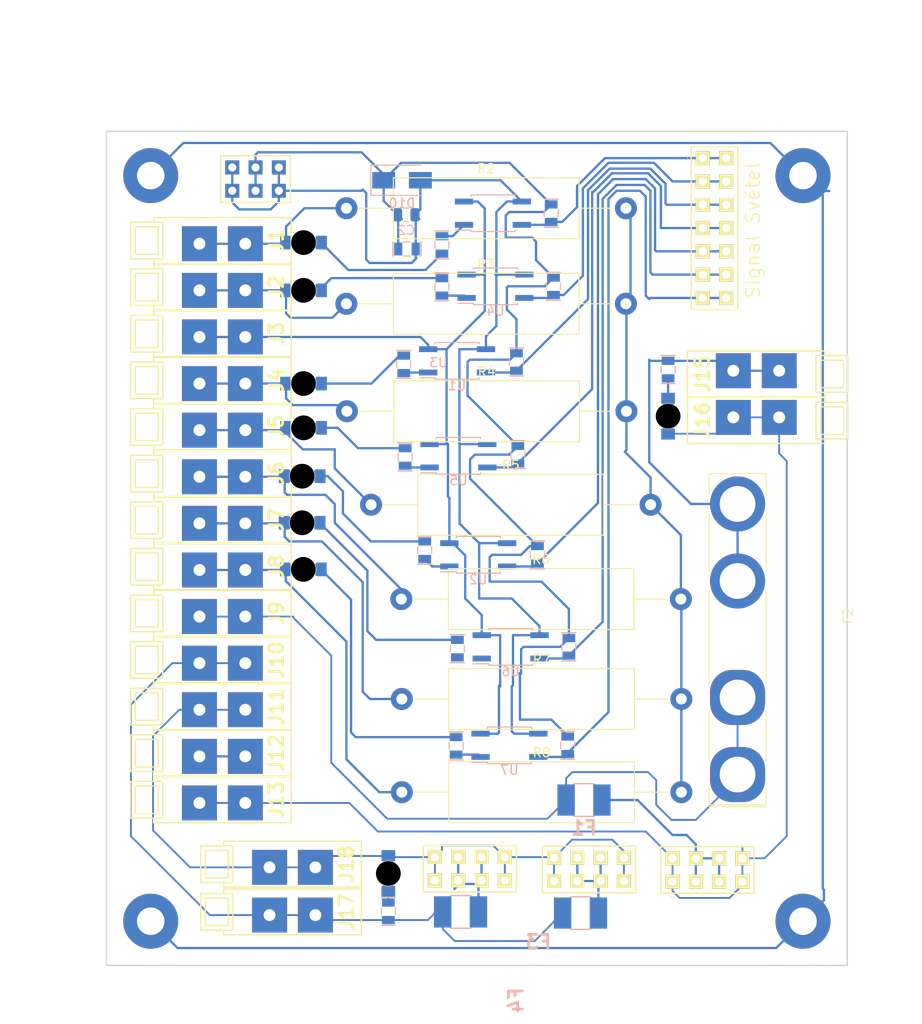
<source format=kicad_pcb>
(kicad_pcb (version 20211014) (generator pcbnew)
  (layers (0 "F.Cu" signal) (31 "B.Cu" signal) (34 "B.Paste" user) (35 "F.Paste" user) (36 "B.SilkS" user "B.Silkscreen") (37 "F.SilkS" user "F.Silkscreen") (38 "B.Mask" user) (39 "F.Mask" user) (44 "Edge.Cuts" user))
  (net 0 "")
  (net 1 "+5V")
  (net 2 "GND")
  (net 3 "Net-(F1-Pad2)")
  (net 4 "Net-(F2-Pad2)")
  (net 5 "U12-")
  (net 6 "Net-(D1-Pad2)")
  (net 7 "S12-")
  (net 8 "Net-(M1-Pad1)")
  (net 9 "Net-(D2-Pad2)")
  (net 10 "Net-(D3-Pad1)")
  (net 11 "Net-(D4-Pad1)")
  (net 12 "Net-(D5-Pad1)")
  (net 13 "Net-(D6-Pad1)")
  (net 14 "Net-(D7-Pad1)")
  (net 15 "Net-(D8-Pad1)")
  (net 16 "Net-(D9-Pad1)")
  (net 17 "L1")
  (net 18 "L2")
  (net 19 "L_GND")
  (net 20 "L4")
  (net 21 "L5")
  (net 22 "L6")
  (net 23 "L7")
  (net 24 "L8")
  (net 25 "U12+")
  (net 26 "S12+")
  (net 27 "unconnected-(J12-Pad1)")
  (net 28 "Net-(F3-Pad2)")
  (net 29 "Net-(F4-Pad2)")
  (net 30 "L1S")
  (net 31 "L2S")
  (net 32 "L4S")
  (net 33 "L5S")
  (net 34 "L6S")
  (net 35 "L7S")
  (net 36 "L8S")
  (net 37 "Net-(U1-Pad1)")
  (net 38 "Net-(U2-Pad1)")
  (net 39 "Net-(U3-Pad1)")
  (net 40 "Net-(R16-Pad2)")
  (net 41 "Net-(R17-Pad2)")
  (net 42 "Net-(U6-Pad1)")
  (net 43 "Net-(U7-Pad1)")
  (footprint "Mlab_CON:WAGO256" (layer "F.Cu") (at 120.538 81.3455 180)
    (fp_text reference "J3")
    (fp_text value "3 - Kostra světla" hide)
  )
  (footprint "Mlab_Mechanical:MountingHole_3mm" (layer "F.Cu") (at 183.806 64.106)
    (fp_text reference "M2" hide)
    (fp_text value "HOLE M3" hide)
  )
  (footprint "Mlab_CON:WAGO256" (layer "F.Cu") (at 120.538 86.4255 180)
    (fp_text reference "J4")
    (fp_text value "4 - Směrové P" hide)
  )
  (footprint "Mlab_Mechanical:MountingHole_3mm" (layer "F.Cu") (at 183.806 145.386)
    (fp_text reference "M4" hide)
    (fp_text value "HOLE" hide)
  )
  (footprint "Mlab_Pin_Headers:Straight_2x07" (layer "F.Cu") (at 174.154 69.821)
    (fp_text reference "J21" hide)
    (fp_text value "Signal Světel")
  )
  (footprint "Mlab_R:R_Axial_Power_L22.0mm_W9.5mm_P30.48mm" (layer "F.Cu") (at 136.709 99.9835)
    (fp_text reference "R5")
    (fp_text value "36")
  )
  (footprint "Mlab_CON:WAGO256" (layer "F.Cu") (at 120.538 71.1855 180)
    (fp_text reference "J1")
    (fp_text value "1 - Směrové L" hide)
  )
  (footprint "Mlab_R:R_Axial_Power_L22.0mm_W9.5mm_P30.48mm" (layer "F.Cu") (at 140.063 131.3215)
    (fp_text reference "R8")
    (fp_text value "36")
  )
  (footprint "Mlab_Pin_Headers:Straight_2x04" (layer "F.Cu") (at 160.46975 139.7345 -90)
    (fp_text reference "J19" hide)
    (fp_text value "Ventilator 12V" hide)
  )
  (footprint "Mlab_CON:WAGO256" (layer "F.Cu") (at 120.538 101.6655 180)
    (fp_text reference "J7")
    (fp_text value "7 - Obrysové L" hide)
  )
  (footprint "Mlab_CON:WAGO256" (layer "F.Cu") (at 128.18 144.37 180)
    (fp_text reference "J17")
    (fp_text value "13 - Spínané 12V +" hide)
  )
  (footprint "Mlab_CON:WAGO256" (layer "F.Cu") (at 120.538 132.1455 180)
    (fp_text reference "J13")
    (fp_text value "13 - Trvalé 12V -" hide)
  )
  (footprint "Mlab_R:R_Axial_Power_L22.0mm_W9.5mm_P30.48mm" (layer "F.Cu") (at 134.022 67.662)
    (fp_text reference "R2")
    (fp_text value "36")
  )
  (footprint "Mlab_Pin_Headers:Straight_2x03" (layer "F.Cu") (at 124.116 64.487 -90)
    (fp_text reference "J22" hide)
    (fp_text value "Umin ... 5V" hide)
  )
  (footprint "Mlab_CON:WAGO256" (layer "F.Cu") (at 178.671 85.7285)
    (fp_text reference "J15")
    (fp_text value "13 - Trvalé 12V +" hide)
  )
  (footprint "Mlab_CON:WAGO256" (layer "F.Cu") (at 120.538 91.5055 180)
    (fp_text reference "J5")
    (fp_text value "5 - Obrsové P" hide)
  )
  (footprint "Mlab_CON:WAGO256" (layer "F.Cu") (at 120.538 111.8255 180)
    (fp_text reference "J9")
    (fp_text value "9 - Trvalé 12V +" hide)
  )
  (footprint "Mlab_Mechanical:MountingHole_3mm" (layer "F.Cu") (at 112.686 145.386)
    (fp_text reference "M3" hide)
    (fp_text value "HOLE" hide)
  )
  (footprint "Mlab_R:R_Axial_Power_L22.0mm_W9.5mm_P30.48mm" (layer "F.Cu") (at 140.011 110.2705)
    (fp_text reference "R6")
    (fp_text value "36")
  )
  (footprint "Mlab_Pin_Headers:Straight_2x04" (layer "F.Cu") (at 147.484 139.671 -90)
    (fp_text reference "J20" hide)
    (fp_text value "Spinane 12V" hide)
  )
  (footprint "Fuse:Fuseholder_Keystone_3555-2" (layer "F.Cu") (at 176.672 129.398 90)
    (fp_text reference "F2")
    (fp_text value "Fuse")
  )
  (footprint "Mlab_CON:WAGO256" (layer "F.Cu") (at 120.538 116.9055 180)
    (fp_text reference "J10")
    (fp_text value "10 - Spínané 12V +" hide)
  )
  (footprint "Mlab_Mechanical:MountingHole_3mm" (layer "F.Cu") (at 112.686 64.106)
    (fp_text reference "M1" hide)
    (fp_text value "HOLE M3" hide)
  )
  (footprint "Mlab_CON:WAGO256" (layer "F.Cu") (at 120.538 76.2655 180)
    (fp_text reference "J2")
    (fp_text value "2 - Zadní mlhové" hide)
  )
  (footprint "Mlab_CON:WAGO256" (layer "F.Cu") (at 120.538 127.0655 180)
    (fp_text reference "J12")
    (fp_text value "12 - Not used" hide)
  )
  (footprint "Mlab_R:R_Axial_Power_L22.0mm_W9.5mm_P30.48mm" (layer "F.Cu") (at 134.017 78.076)
    (fp_text reference "R3")
    (fp_text value "36")
  )
  (footprint "Mlab_CON:WAGO256" (layer "F.Cu") (at 178.671 90.8085)
    (fp_text reference "J16")
    (fp_text value "13 - Trvalé 12V -" hide)
  )
  (footprint "Mlab_R:R_Axial_Power_L22.0mm_W9.5mm_P30.48mm" (layer "F.Cu") (at 140.063 121.1615)
    (fp_text reference "R7")
    (fp_text value "36")
  )
  (footprint "Mlab_CON:WAGO256" (layer "F.Cu") (at 120.538 96.5855 180)
    (fp_text reference "J6")
    (fp_text value "6 - Brzdové" hide)
  )
  (footprint "Mlab_CON:WAGO256" (layer "F.Cu") (at 128.18 139.163 180)
    (fp_text reference "J18")
    (fp_text value "13 - Spínané 12V -" hide)
  )
  (footprint "Mlab_CON:WAGO256" (layer "F.Cu") (at 120.538 121.9855 180)
    (fp_text reference "J11")
    (fp_text value "11 - Spínané 12V -" hide)
  )
  (footprint "Mlab_R:R_Axial_Power_L22.0mm_W9.5mm_P30.48mm" (layer "F.Cu") (at 134.07375 89.79175)
    (fp_text reference "R4")
    (fp_text value "36")
  )
  (footprint "Mlab_CON:WAGO256" (layer "F.Cu") (at 120.538 106.7455 180)
    (fp_text reference "J8")
    (fp_text value "8 - Couvací" hide)
  )
  (footprint "Mlab_Pin_Headers:Straight_2x04" (layer "F.Cu") (at 173.392 139.798 90)
    (fp_text reference "J14" hide)
    (fp_text value "Trvalé 12V" hide)
  )
  (footprint "Mlab_D:LED_1206" (layer "B.Cu") (at 129.348 71.4085)
    (fp_text reference "D5" hide)
    (fp_text value "LED" hide)
  )
  (footprint "Mlab_R:SMD-0805" (layer "B.Cu") (at 140.425722 94.7765 -90)
    (fp_text reference "R17")
    (fp_text value "240")
  )
  (footprint "Package_SO:SO-4_4.4x3.6mm_P2.54mm" (layer "B.Cu") (at 148.398 105.4445)
    (fp_text reference "U2")
    (fp_text value "LTV-357T")
  )
  (footprint "Mlab_C:SMD-0805" (layer "B.Cu") (at 140.626 72.107)
    (fp_text reference "C1")
    (fp_text value "10uF")
  )
  (footprint "Mlab_R:SMD-0805" (layer "B.Cu") (at 138.594 144.3065 90)
    (fp_text reference "R12")
    (fp_text value "800")
  )
  (footprint "Diode_SMD:D_SMA" (layer "B.Cu") (at 140.086 64.614)
    (fp_text reference "D10")
    (fp_text value "BZV55C-5,6V")
  )
  (footprint "Package_SO:SO-4_4.4x3.6mm_P2.54mm" (layer "B.Cu") (at 146.239 94.6495)
    (fp_text reference "U5")
    (fp_text value "LTV-357T")
  )
  (footprint "Mlab_D:LED_1206" (layer "B.Cu") (at 129.323 107.032)
    (fp_text reference "D9" hide)
    (fp_text value "LED" hide)
  )
  (footprint "Mlab_R:SMD-0805" (layer "B.Cu") (at 144.436 71.6625 90)
    (fp_text reference "R11")
    (fp_text value "240")
  )
  (footprint "Package_SO:SO-4_4.4x3.6mm_P2.54mm" (layer "B.Cu") (at 150.274278 76.171)
    (fp_text reference "U4")
    (fp_text value "LTV-357T")
  )
  (footprint "Mlab_R:SMD-0805" (layer "B.Cu") (at 144.436 76.2345 -90)
    (fp_text reference "R16")
    (fp_text value "240")
  )
  (footprint "Mlab_D:LED_1206" (layer "B.Cu") (at 129.348 86.7755)
    (fp_text reference "D3" hide)
    (fp_text value "LED" hide)
  )
  (footprint "Mlab_D:LED_1206" (layer "B.Cu") (at 129.196 101.952)
    (fp_text reference "D8" hide)
    (fp_text value "LED" hide)
  )
  (footprint "Mlab_F:1812" (layer "B.Cu") (at 159.549 144.497)
    (fp_text reference "F3")
    (fp_text value "Polyfuse" hide)
  )
  (footprint "Mlab_R:SMD-0805" (layer "B.Cu") (at 156.348306 68.20175 -90)
    (fp_text reference "R15")
    (fp_text value "240")
  )
  (footprint "Mlab_F:1812" (layer "B.Cu") (at 159.93 132.178)
    (fp_text reference "F1")
    (fp_text value "Polyfuse" hide)
  )
  (footprint "Mlab_R:SMD-0805" (layer "B.Cu") (at 152.564 84.426 -90)
    (fp_text reference "R13")
    (fp_text value "240")
  )
  (footprint "Mlab_R:SMD-0805" (layer "B.Cu") (at 158.148278 126.209 -90)
    (fp_text reference "R23")
    (fp_text value "240")
  )
  (footprint "Mlab_R:SMD-0805" (layer "B.Cu") (at 152.716 94.5225 -90)
    (fp_text reference "R20")
    (fp_text value "240")
  )
  (footprint "Mlab_D:LED_1206" (layer "B.Cu") (at 129.348 91.6015)
    (fp_text reference "D7" hide)
    (fp_text value "LED" hide)
  )
  (footprint "Mlab_D:LED_1206" (layer "B.Cu") (at 129.196 96.872)
    (fp_text reference "D4" hide)
    (fp_text value "LED" hide)
  )
  (footprint "Mlab_R:SMD-0805" (layer "B.Cu") (at 169.099 85.2515 -90)
    (fp_text reference "R1")
    (fp_text value "800")
  )
  (footprint "Mlab_D:LED_1206" (layer "B.Cu") (at 129.348 76.6155)
    (fp_text reference "D6" hide)
    (fp_text value "LED" hide)
  )
  (footprint "Mlab_R:SMD-0805" (layer "B.Cu") (at 145.985 126.2725 -90)
    (fp_text reference "R22")
    (fp_text value "240")
  )
  (footprint "Capacitor_SMD:C_0805_2012Metric" (layer "B.Cu") (at 140.5489 68.37898)
    (fp_text reference "C2")
    (fp_text value "100nF")
  )
  (footprint "Mlab_D:LED_1206" (layer "B.Cu") (at 138.594 140.179 90)
    (fp_text reference "D2" hide)
    (fp_text value "LED" hide)
  )
  (footprint "Mlab_D:LED_1206" (layer "B.Cu") (at 169.099 90.3315 -90)
    (fp_text reference "D1" hide)
    (fp_text value "LED" hide)
  )
  (footprint "Package_SO:SO-4_4.4x3.6mm_P2.54mm" (layer "B.Cu") (at 149.998306 68.20175)
    (fp_text reference "U3")
    (fp_text value "LTV-357T")
  )
  (footprint "Mlab_F:1812" (layer "B.Cu") (at 146.468 144.37)
    (fp_text reference "F4")
    (fp_text value "Polyfuse" hide)
  )
  (footprint "Package_SO:SO-4_4.4x3.6mm_P2.54mm" (layer "B.Cu") (at 151.929 115.4775)
    (fp_text reference "U6")
    (fp_text value "LTV-357T")
  )
  (footprint "Package_SO:SO-4_4.4x3.6mm_P2.54mm" (layer "B.Cu") (at 146.087 84.299)
    (fp_text reference "U1")
    (fp_text value "LTV-357T")
  )
  (footprint "Mlab_R:SMD-0805" (layer "B.Cu") (at 154.85 105.4445 -90)
    (fp_text reference "R14")
    (fp_text value "240")
  )
  (footprint "Mlab_R:SMD-0805" (layer "B.Cu") (at 142.559722 104.9365 -90)
    (fp_text reference "R10")
    (fp_text value "240")
  )
  (footprint "Package_SO:SO-4_4.4x3.6mm_P2.54mm" (layer "B.Cu") (at 151.798278 126.209)
    (fp_text reference "U7")
    (fp_text value "LTV-357T")
  )
  (footprint "Mlab_R:SMD-0805" (layer "B.Cu") (at 156.599278 76.171 -90)
    (fp_text reference "R19")
    (fp_text value "240")
  )
  (footprint "Mlab_R:SMD-0805" (layer "B.Cu") (at 146.115722 115.668 -90)
    (fp_text reference "R18")
    (fp_text value "240")
  )
  (footprint "Mlab_R:SMD-0805" (layer "B.Cu") (at 140.273722 84.68 -90)
    (fp_text reference "R9")
    (fp_text value "240")
  )
  (footprint "Mlab_R:SMD-0805" (layer "B.Cu") (at 158.279 115.4775 -90)
    (fp_text reference "R21")
    (fp_text value "240")
  )
  (gr_rect (start 107.86 59.28) (end 188.632 150.212) (layer "Edge.Cuts") (width 0.15) (fill none))
  (segment (start 153.072 118.3985) (end 153.072 118.208) (width 0.25) (layer "B.Cu") (net 1))
  (segment (start 154.85 104.492) (end 147.509 97.151) (width 0.25) (layer "B.Cu") (net 1))
  (segment (start 155.522806 68.07475) (end 156.348306 67.24925) (width 0.25) (layer "B.Cu") (net 1))
  (segment (start 151.808056 62.709) (end 156.348306 67.24925) (width 0.25) (layer "B.Cu") (net 1))
  (segment (start 149.897 105.4445) (end 153.072 105.4445) (width 0.25) (layer "B.Cu") (net 1))
  (segment (start 138.086 66.86608) (end 139.5989 68.37898) (width 0.25) (layer "B.Cu") (net 1))
  (segment (start 158.148278 125.193) (end 156.370278 123.415) (width 0.25) (layer "B.Cu") (net 1))
  (segment (start 151.395306 68.45575) (end 151.776306 68.07475) (width 0.25) (layer "B.Cu") (net 1))
  (segment (start 153.326 115.4775) (end 157.3265 115.4775) (width 0.25) (layer "B.Cu") (net 1))
  (segment (start 139.5989 68.37898) (end 140.073896 68.853976) (width 0.25) (layer "B.Cu") (net 1))
  (segment (start 147.23 84.426) (end 147.484 84.172) (width 0.25) (layer "B.Cu") (net 1))
  (segment (start 149.643 105.6985) (end 149.897 105.4445) (width 0.25) (layer "B.Cu") (net 1))
  (segment (start 152.716 93.57) (end 147.23 88.084) (width 0.25) (layer "B.Cu") (net 1))
  (segment (start 156.370278 123.415) (end 152.941278 123.415) (width 0.25) (layer "B.Cu") (net 1))
  (segment (start 138.086 64.614) (end 139.991 62.709) (width 0.25) (layer "B.Cu") (net 1))
  (segment (start 154.316306 70.86875) (end 151.395306 70.86875) (width 0.25) (layer "B.Cu") (net 1))
  (segment (start 147.484 84.172) (end 151.8655 84.172) (width 0.25) (layer "B.Cu") (net 1))
  (segment (start 139.991 62.709) (end 151.808056 62.709) (width 0.25) (layer "B.Cu") (net 1))
  (segment (start 147.509 95.0305) (end 148.017 94.5225) (width 0.25) (layer "B.Cu") (net 1))
  (segment (start 151.776306 68.07475) (end 155.522806 68.07475) (width 0.25) (layer "B.Cu") (net 1))
  (segment (start 154.694278 71.310222) (end 154.443306 71.05925) (width 0.25) (layer "B.Cu") (net 1))
  (segment (start 149.643 108.3655) (end 149.643 105.6985) (width 0.25) (layer "B.Cu") (net 1))
  (segment (start 152.941278 123.415) (end 152.941278 118.338722) (width 0.25) (layer "B.Cu") (net 1))
  (segment (start 154.0245 104.492) (end 154.85 104.492) (width 0.25) (layer "B.Cu") (net 1))
  (segment (start 151.646278 76.171) (end 155.646778 76.171) (width 0.25) (layer "B.Cu") (net 1))
  (segment (start 124.116 61.82) (end 124.37 61.566) (width 0.25) (layer "B.Cu") (net 1))
  (segment (start 138.086 63.979) (end 138.086 64.614) (width 0.25) (layer "B.Cu") (net 1))
  (segment (start 151.8655 84.172) (end 152.564 83.4735) (width 0.25) (layer "B.Cu") (net 1))
  (segment (start 124.116 63.217) (end 124.116 61.82) (width 0.25) (layer "B.Cu") (net 1))
  (segment (start 158.279 111.35) (end 155.2945 108.3655) (width 0.25) (layer "B.Cu") (net 1))
  (segment (start 152.564 79.755722) (end 152.564 83.4735) (width 0.25) (layer "B.Cu") (net 1))
  (segment (start 151.395306 70.86875) (end 151.395306 68.45575) (width 0.25) (layer "B.Cu") (net 1))
  (segment (start 156.599278 75.2185) (end 154.694278 73.3135) (width 0.25) (layer "B.Cu") (net 1))
  (segment (start 153.072 118.208) (end 153.072 115.7315) (width 0.25) (layer "B.Cu") (net 1))
  (segment (start 135.673 61.566) (end 138.086 63.979) (width 0.25) (layer "B.Cu") (net 1))
  (segment (start 154.694278 73.3135) (end 154.694278 71.310222) (width 0.25) (layer "B.Cu") (net 1))
  (segment (start 139.6735 72.107) (end 139.6735 68.45358) (width 0.25) (layer "B.Cu") (net 1))
  (segment (start 155.646778 76.171) (end 156.599278 75.2185) (width 0.25) (layer "B.Cu") (net 1))
  (segment (start 155.2945 108.3655) (end 149.643 108.3655) (width 0.25) (layer "B.Cu") (net 1))
  (segment (start 158.279 114.525) (end 158.279 111.35) (width 0.25) (layer "B.Cu") (net 1))
  (segment (start 151.519278 78.711) (end 152.564 79.755722) (width 0.25) (layer "B.Cu") (net 1))
  (segment (start 151.519278 76.298) (end 151.646278 76.171) (width 0.25) (layer "B.Cu") (net 1))
  (segment (start 148.017 94.5225) (end 151.7635 94.5225) (width 0.25) (layer "B.Cu") (net 1))
  (segment (start 154.443306 70.99575) (end 154.316306 70.86875) (width 0.25) (layer "B.Cu") (net 1))
  (segment (start 124.116 65.757) (end 124.116 63.217) (width 0.25) (layer "B.Cu") (net 1))
  (segment (start 154.443306 71.05925) (end 154.443306 70.99575) (width 0.25) (layer "B.Cu") (net 1))
  (segment (start 152.941278 118.338722) (end 153.072 118.208) (width 0.25) (layer "B.Cu") (net 1))
  (segment (start 124.37 61.566) (end 135.673 61.566) (width 0.25) (layer "B.Cu") (net 1))
  (segment (start 139.6735 68.45358) (end 139.5989 68.37898) (width 0.25) (layer "B.Cu") (net 1))
  (segment (start 138.086 64.614) (end 138.086 66.86608) (width 0.25) (layer "B.Cu") (net 1))
  (segment (start 157.3265 115.4775) (end 158.279 114.525) (width 0.25) (layer "B.Cu") (net 1))
  (segment (start 158.148278 125.2565) (end 158.148278 125.193) (width 0.25) (layer "B.Cu") (net 1))
  (segment (start 147.509 97.151) (end 147.509 95.0305) (width 0.25) (layer "B.Cu") (net 1))
  (segment (start 153.072 105.4445) (end 154.0245 104.492) (width 0.25) (layer "B.Cu") (net 1))
  (segment (start 151.7635 94.5225) (end 152.716 93.57) (width 0.25) (layer "B.Cu") (net 1))
  (segment (start 147.23 88.084) (end 147.23 84.426) (width 0.25) (layer "B.Cu") (net 1))
  (segment (start 153.072 115.7315) (end 153.326 115.4775) (width 0.25) (layer "B.Cu") (net 1))
  (segment (start 151.519278 78.711) (end 151.519278 76.298) (width 0.25) (layer "B.Cu") (net 1))
  (segment (start 135.8 65.63) (end 136.181 66.011) (width 0.25) (layer "B.Cu") (net 2))
  (segment (start 153.148306 66.93175) (end 151.522306 66.93175) (width 0.25) (layer "B.Cu") (net 2))
  (segment (start 121.576 63.217) (end 121.576 65.757) (width 0.25) (layer "B.Cu") (net 2))
  (segment (start 142.086 64.614) (end 150.830556 64.614) (width 0.25) (layer "B.Cu") (net 2))
  (segment (start 136.181 73.25) (end 136.562 73.631) (width 0.25) (layer "B.Cu") (net 2))
  (segment (start 136.562 73.631) (end 141.134 73.631) (width 0.25) (layer "B.Cu") (net 2))
  (segment (start 152.052278 119.799222) (end 152.183 119.6685) (width 0.25) (layer "B.Cu") (net 2))
  (segment (start 136.181 66.011) (end 136.181 73.25) (width 0.25) (layer "B.Cu") (net 2))
  (segment (start 152.056 110.207) (end 148.5 110.207) (width 0.25) (layer "B.Cu") (net 2))
  (segment (start 150.376278 74.901) (end 150.376278 68.077778) (width 0.25) (layer "B.Cu") (net 2))
  (segment (start 141.134 73.631) (end 141.642 73.123) (width 0.25) (layer "B.Cu") (net 2))
  (segment (start 121.576 67.027) (end 122.338 67.789) (width 0.25) (layer "B.Cu") (net 2))
  (segment (start 150.376278 74.901) (end 153.424278 74.901) (width 0.25) (layer "B.Cu") (net 2))
  (segment (start 142.086 67.79188) (end 141.4989 68.37898) (width 0.25) (layer "B.Cu") (net 2))
  (segment (start 121.576 65.757) (end 121.576 67.027) (width 0.25) (layer "B.Cu") (net 2))
  (segment (start 150.376278 68.077778) (end 151.522306 66.93175) (width 0.25) (layer "B.Cu") (net 2))
  (segment (start 149.237 81.628278) (end 149.237 83.029) (width 0.25) (layer "B.Cu") (net 2))
  (segment (start 142.086 64.614) (end 142.086 67.79188) (width 0.25) (layer "B.Cu") (net 2))
  (segment (start 146.366 93.3795) (end 149.389 93.3795) (width 0.25) (layer "B.Cu") (net 2))
  (segment (start 150.249278 74.901) (end 150.376278 74.901) (width 0.25) (layer "B.Cu") (net 2))
  (segment (start 148.5 104.1745) (end 146.366 102.0405) (width 0.25) (layer "B.Cu") (net 2))
  (segment (start 153.148306 66.93175) (end 153.583028 66.93175) (width 0.25) (layer "B.Cu") (net 2))
  (segment (start 150.376278 80.489) (end 149.237 81.628278) (width 0.25) (layer "B.Cu") (net 2))
  (segment (start 155.079 113.23) (end 152.056 110.207) (width 0.25) (layer "B.Cu") (net 2))
  (segment (start 146.341 83.029) (end 149.237 83.029) (width 0.25) (layer "B.Cu") (net 2))
  (segment (start 146.341 83.029) (end 146.341 93.3545) (width 0.25) (layer "B.Cu") (net 2))
  (segment (start 148.5 104.365) (end 148.5 105.6365) (width 0.25) (layer "B.Cu") (net 2))
  (segment (start 122.338 67.789) (end 125.767 67.789) (width 0.25) (layer "B.Cu") (net 2))
  (segment (start 148.5 104.1745) (end 148.5 104.365) (width 0.25) (layer "B.Cu") (net 2))
  (segment (start 146.366 102.0405) (end 146.366 93.3795) (width 0.25) (layer "B.Cu") (net 2))
  (segment (start 152.306278 124.939) (end 154.948278 124.939) (width 0.25) (layer "B.Cu") (net 2))
  (segment (start 141.5785 68.45858) (end 141.4989 68.37898) (width 0.25) (layer "B.Cu") (net 2))
  (segment (start 126.656 63.217) (end 126.656 65.757) (width 0.25) (layer "B.Cu") (net 2))
  (segment (start 141.5785 73.0595) (end 141.5785 72.107) (width 0.25) (layer "B.Cu") (net 2))
  (segment (start 152.183 114.2075) (end 155.079 114.2075) (width 0.25) (layer "B.Cu") (net 2))
  (segment (start 141.4989 68.37898) (end 141.978896 68.858976) (width 0.25) (layer "B.Cu") (net 2))
  (segment (start 126.656 66.9) (end 126.656 65.757) (width 0.25) (layer "B.Cu") (net 2))
  (segment (start 152.052278 124.685) (end 152.306278 124.939) (width 0.25) (layer "B.Cu") (net 2))
  (segment (start 146.341 93.3545) (end 146.366 93.3795) (width 0.25) (layer "B.Cu") (net 2))
  (segment (start 152.052278 124.685) (end 152.052278 119.799222) (width 0.25) (layer "B.Cu") (net 2))
  (segment (start 150.830556 64.614) (end 153.148306 66.93175) (width 0.25) (layer "B.Cu") (net 2))
  (segment (start 148.5 104.1745) (end 151.548 104.1745) (width 0.25) (layer "B.Cu") (net 2))
  (segment (start 135.673 65.757) (end 135.8 65.63) (width 0.25) (layer "B.Cu") (net 2))
  (segment (start 155.079 114.2075) (end 155.079 113.23) (width 0.25) (layer "B.Cu") (net 2))
  (segment (start 150.376278 74.901) (end 150.376278 80.489) (width 0.25) (layer "B.Cu") (net 2))
  (segment (start 152.183 114.2075) (end 152.183 119.6685) (width 0.25) (layer "B.Cu") (net 2))
  (segment (start 141.642 73.123) (end 141.5785 73.0595) (width 0.25) (layer "B.Cu") (net 2))
  (segment (start 141.5785 72.107) (end 141.5785 68.45858) (width 0.25) (layer "B.Cu") (net 2))
  (segment (start 126.656 65.757) (end 135.673 65.757) (width 0.25) (layer "B.Cu") (net 2))
  (segment (start 125.767 67.789) (end 126.656 66.9) (width 0.25) (layer "B.Cu") (net 2))
  (segment (start 148.5 110.207) (end 148.5 104.365) (width 0.25) (layer "B.Cu") (net 2))
  (segment (start 161.88 132.178) (end 165.772 132.178) (width 0.25) (layer "B.Cu") (net 3))
  (segment (start 169.582 135.988) (end 171.106 135.988) (width 0.25) (layer "B.Cu") (net 3))
  (segment (start 174.662 138.528) (end 172.122 138.528) (width 0.25) (layer "B.Cu") (net 3))
  (segment (start 165.772 132.178) (end 169.582 135.988) (width 0.25) (layer "B.Cu") (net 3))
  (segment (start 172.122 138.528) (end 172.122 141.068) (width 0.25) (layer "B.Cu") (net 3))
  (segment (start 175.342 137.848) (end 174.662 138.528) (width 0.25) (layer "B.Cu") (net 3))
  (segment (start 172.122 137.004) (end 172.122 138.528) (width 0.25) (layer "B.Cu") (net 3))
  (segment (start 171.106 135.988) (end 172.122 137.004) (width 0.25) (layer "B.Cu") (net 3))
  (segment (start 174.662 138.528) (end 174.662 141.068) (width 0.25) (layer "B.Cu") (net 3))
  (segment (start 167.042 95.348) (end 167.042 84.172) (width 0.25) (layer "B.Cu") (net 4))
  (segment (start 176.672 99.898) (end 171.592 99.898) (width 0.25) (layer "B.Cu") (net 4))
  (segment (start 169.099 84.299) (end 175.1315 84.299) (width 0.25) (layer "B.Cu") (net 4))
  (segment (start 167.169 84.299) (end 169.099 84.299) (width 0.25) (layer "B.Cu") (net 4))
  (segment (start 167.042 84.172) (end 167.169 84.299) (width 0.25) (layer "B.Cu") (net 4))
  (segment (start 176.211 85.3785) (end 181.211 85.3785) (width 0.25) (layer "B.Cu") (net 4))
  (segment (start 176.672 108.298) (end 176.672 99.898) (width 0.25) (layer "B.Cu") (net 4))
  (segment (start 175.1315 84.299) (end 176.211 85.3785) (width 0.25) (layer "B.Cu") (net 4))
  (segment (start 171.592 99.898) (end 167.042 95.348) (width 0.25) (layer "B.Cu") (net 4))
  (segment (start 122.998 132.4955) (end 134.3395 132.4955) (width 0.2) (layer "B.Cu") (net 5))
  (segment (start 170.344 142.846) (end 169.582 142.084) (width 0.2) (layer "B.Cu") (net 5))
  (segment (start 134.3395 132.4955) (end 137.451 135.607) (width 0.2) (layer "B.Cu") (net 5))
  (segment (start 175.805 142.846) (end 170.344 142.846) (width 0.2) (layer "B.Cu") (net 5))
  (segment (start 182.028 136.115) (end 182.028 95.221) (width 0.2) (layer "B.Cu") (net 5))
  (segment (start 182.028 95.221) (end 181.211 94.404) (width 0.2) (layer "B.Cu") (net 5))
  (segment (start 176.211 90.4585) (end 181.211 90.4585) (width 0.2) (layer "B.Cu") (net 5))
  (segment (start 174.433 92.2365) (end 176.211 90.4585) (width 0.2) (layer "B.Cu") (net 5))
  (segment (start 177.202 141.068) (end 177.202 141.449) (width 0.2) (layer "B.Cu") (net 5))
  (segment (start 166.661 135.607) (end 169.582 138.528) (width 0.2) (layer "B.Cu") (net 5))
  (segment (start 181.211 94.404) (end 181.211 90.4585) (width 0.2) (layer "B.Cu") (net 5))
  (segment (start 177.202 141.449) (end 175.805 142.846) (width 0.2) (layer "B.Cu") (net 5))
  (segment (start 169.582 142.084) (end 169.582 141.068) (width 0.2) (layer "B.Cu") (net 5))
  (segment (start 177.202 138.528) (end 179.615 138.528) (width 0.2) (layer "B.Cu") (net 5))
  (segment (start 177.202 138.528) (end 177.202 141.068) (width 0.2) (layer "B.Cu") (net 5))
  (segment (start 169.582 141.068) (end 169.582 138.528) (width 0.2) (layer "B.Cu") (net 5))
  (segment (start 137.451 135.607) (end 166.661 135.607) (width 0.2) (layer "B.Cu") (net 5))
  (segment (start 179.615 138.528) (end 182.028 136.115) (width 0.2) (layer "B.Cu") (net 5))
  (segment (start 169.099 92.2365) (end 174.433 92.2365) (width 0.2) (layer "B.Cu") (net 5))
  (segment (start 177.202 138.528) (end 177.202 137.258) (width 0.2) (layer "B.Cu") (net 5))
  (segment (start 117.998 132.4955) (end 122.998 132.4955) (width 0.2) (layer "B.Cu") (net 5))
  (segment (start 169.099 86.204) (end 169.099 88.4265) (width 0.25) (layer "B.Cu") (net 6))
  (segment (start 151.294 138.401) (end 156.59625 138.401) (width 0.2) (layer "B.Cu") (net 7))
  (segment (start 138.721 138.401) (end 143.674 138.401) (width 0.2) (layer "B.Cu") (net 7))
  (segment (start 143.674 138.401) (end 143.674 138.2105) (width 0.2) (layer "B.Cu") (net 7))
  (segment (start 158.62825 136.496) (end 156.65975 138.4645) (width 0.2) (layer "B.Cu") (net 7))
  (segment (start 164.27975 141.0045) (end 164.27975 138.4645) (width 0.2) (layer "B.Cu") (net 7))
  (segment (start 116.973 139.513) (end 112.94 135.48) (width 0.2) (layer "B.Cu") (net 7))
  (segment (start 156.65975 138.4645) (end 156.65975 141.0045) (width 0.2) (layer "B.Cu") (net 7))
  (segment (start 112.94 125.193) (end 115.7975 122.3355) (width 0.2) (layer "B.Cu") (net 7))
  (segment (start 144.436 137.639) (end 144.436 137.131) (width 0.2) (layer "B.Cu") (net 7))
  (segment (start 112.94 135.48) (end 112.94 125.193) (width 0.2) (layer "B.Cu") (net 7))
  (segment (start 163.00975 136.496) (end 158.62825 136.496) (width 0.2) (layer "B.Cu") (net 7))
  (segment (start 125.64 139.513) (end 130.64 139.513) (width 0.2) (layer "B.Cu") (net 7))
  (segment (start 151.294 137.8295) (end 151.294 138.401) (width 0.2) (layer "B.Cu") (net 7))
  (segment (start 150.024 137.131) (end 151.294 138.401) (width 0.2) (layer "B.Cu") (net 7))
  (segment (start 143.674 140.941) (end 143.674 138.401) (width 0.2) (layer "B.Cu") (net 7))
  (segment (start 138.4035 138.0835) (end 138.594 138.274) (width 0.2) (layer "B.Cu") (net 7))
  (segment (start 156.59625 138.401) (end 156.65975 138.4645) (width 0.2) (layer "B.Cu") (net 7))
  (segment (start 130.64 139.513) (end 131.879 138.274) (width 0.2) (layer "B.Cu") (net 7))
  (segment (start 115.7975 122.3355) (end 117.998 122.3355) (width 0.2) (layer "B.Cu") (net 7))
  (segment (start 131.879 138.274) (end 138.594 138.274) (width 0.2) (layer "B.Cu") (net 7))
  (segment (start 143.674 138.401) (end 144.436 137.639) (width 0.2) (layer "B.Cu") (net 7))
  (segment (start 117.998 122.3355) (end 122.998 122.3355) (width 0.2) (layer "B.Cu") (net 7))
  (segment (start 138.594 138.274) (end 138.721 138.401) (width 0.2) (layer "B.Cu") (net 7))
  (segment (start 164.27975 137.766) (end 163.00975 136.496) (width 0.2) (layer "B.Cu") (net 7))
  (segment (start 125.64 139.513) (end 116.973 139.513) (width 0.2) (layer "B.Cu") (net 7))
  (segment (start 143.547 138.274) (end 143.674 138.401) (width 0.2) (layer "B.Cu") (net 7))
  (segment (start 144.436 137.131) (end 150.024 137.131) (width 0.2) (layer "B.Cu") (net 7))
  (segment (start 151.294 138.401) (end 151.294 140.941) (width 0.2) (layer "B.Cu") (net 7))
  (segment (start 164.27975 138.4645) (end 164.27975 137.766) (width 0.2) (layer "B.Cu") (net 7))
  (segment (start 185.965 66.265) (end 185.965 141.83) (width 0.25) (layer "B.Cu") (net 8))
  (segment (start 112.686 145.386) (end 115.607 148.307) (width 0.25) (layer "B.Cu") (net 8))
  (segment (start 180.885 148.307) (end 183.806 145.386) (width 0.25) (layer "B.Cu") (net 8))
  (segment (start 183.806 64.106) (end 180.25 60.55) (width 0.25) (layer "B.Cu") (net 8))
  (segment (start 186.092 143.1) (end 183.806 145.386) (width 0.25) (layer "B.Cu") (net 8))
  (segment (start 186.69 65.786) (end 181.69 65.786) (width 0.25) (layer "B.Cu") (net 8))
  (segment (start 186.092 141.957) (end 186.092 143.1) (width 0.25) (layer "B.Cu") (net 8))
  (segment (start 180.25 60.55) (end 116.242 60.55) (width 0.25) (layer "B.Cu") (net 8))
  (segment (start 185.965 141.83) (end 186.092 141.957) (width 0.25) (layer "B.Cu") (net 8))
  (segment (start 183.806 64.106) (end 185.965 66.265) (width 0.25) (layer "B.Cu") (net 8))
  (segment (start 115.607 148.307) (end 180.885 148.307) (width 0.25) (layer "B.Cu") (net 8))
  (segment (start 116.242 60.55) (end 112.686 64.106) (width 0.25) (layer "B.Cu") (net 8))
  (segment (start 138.594 142.084) (end 138.594 143.354) (width 0.25) (layer "B.Cu") (net 9))
  (segment (start 139.8005 83.7275) (end 140.273722 83.7275) (width 0.25) (layer "B.Cu") (net 10))
  (segment (start 136.7525 86.7755) (end 139.8005 83.7275) (width 0.25) (layer "B.Cu") (net 10))
  (segment (start 131.253 86.7755) (end 136.7525 86.7755) (width 0.25) (layer "B.Cu") (net 10))
  (segment (start 133.641 100.936) (end 133.641 98.523) (width 0.25) (layer "B.Cu") (net 11))
  (segment (start 142.559722 103.984) (end 136.689 103.984) (width 0.25) (layer "B.Cu") (net 11))
  (segment (start 136.689 103.984) (end 133.641 100.936) (width 0.25) (layer "B.Cu") (net 11))
  (segment (start 131.99 96.872) (end 131.101 96.872) (width 0.25) (layer "B.Cu") (net 11))
  (segment (start 133.641 98.523) (end 131.99 96.872) (width 0.25) (layer "B.Cu") (net 11))
  (segment (start 134.2375 74.393) (end 131.253 71.4085) (width 0.25) (layer "B.Cu") (net 12))
  (segment (start 144.436 72.615) (end 142.658 74.393) (width 0.25) (layer "B.Cu") (net 12))
  (segment (start 142.658 74.393) (end 134.2375 74.393) (width 0.25) (layer "B.Cu") (net 12))
  (segment (start 132.371 75.282) (end 144.436 75.282) (width 0.25) (layer "B.Cu") (net 13))
  (segment (start 131.253 76.4) (end 132.371 75.282) (width 0.25) (layer "B.Cu") (net 13))
  (segment (start 131.253 76.6155) (end 131.253 76.4) (width 0.25) (layer "B.Cu") (net 13))
  (segment (start 135.292 93.824) (end 133.0695 91.6015) (width 0.25) (layer "B.Cu") (net 14))
  (segment (start 140.425722 93.824) (end 135.292 93.824) (width 0.25) (layer "B.Cu") (net 14))
  (segment (start 133.0695 91.6015) (end 131.253 91.6015) (width 0.25) (layer "B.Cu") (net 14))
  (segment (start 136.308 107.159) (end 131.101 101.952) (width 0.25) (layer "B.Cu") (net 15))
  (segment (start 146.115722 114.7155) (end 137.2605 114.7155) (width 0.25) (layer "B.Cu") (net 15))
  (segment (start 136.308 113.763) (end 136.308 107.159) (width 0.25) (layer "B.Cu") (net 15))
  (segment (start 137.2605 114.7155) (end 136.308 113.763) (width 0.25) (layer "B.Cu") (net 15))
  (segment (start 134.53 110.334) (end 131.228 107.032) (width 0.25) (layer "B.Cu") (net 16))
  (segment (start 145.985 125.32) (end 135.038 125.32) (width 0.25) (layer "B.Cu") (net 16))
  (segment (start 134.53 124.812) (end 134.53 110.334) (width 0.25) (layer "B.Cu") (net 16))
  (segment (start 135.038 125.32) (end 134.53 124.812) (width 0.25) (layer "B.Cu") (net 16))
  (segment (start 122.998 71.5355) (end 127.316 71.5355) (width 0.25) (layer "B.Cu") (net 17))
  (segment (start 124.0775 70.456) (end 122.998 71.5355) (width 0.25) (layer "B.Cu") (net 17))
  (segment (start 129.45 67.662) (end 134.022 67.662) (width 0.25) (layer "B.Cu") (net 17))
  (segment (start 127.443 71.4085) (end 127.443 69.669) (width 0.25) (layer "B.Cu") (net 17))
  (segment (start 117.998 71.5355) (end 122.998 71.5355) (width 0.25) (layer "B.Cu") (net 17))
  (segment (start 127.443 69.669) (end 129.45 67.662) (width 0.25) (layer "B.Cu") (net 17))
  (segment (start 127.316 71.5355) (end 127.443 71.4085) (width 0.25) (layer "B.Cu") (net 17))
  (segment (start 127.443 76.6155) (end 127.443 79.117) (width 0.25) (layer "B.Cu") (net 18))
  (segment (start 132.493 79.6) (end 134.017 78.076) (width 0.25) (layer "B.Cu") (net 18))
  (segment (start 127.443 76.6155) (end 122.998 76.6155) (width 0.25) (layer "B.Cu") (net 18))
  (segment (start 127.926 79.6) (end 132.493 79.6) (width 0.25) (layer "B.Cu") (net 18))
  (segment (start 122.998 76.6155) (end 117.998 76.6155) (width 0.25) (layer "B.Cu") (net 18))
  (segment (start 127.443 79.117) (end 127.926 79.6) (width 0.25) (layer "B.Cu") (net 18))
  (segment (start 164.55375 89.79175) (end 164.55375 78.52225) (width 0.25) (layer "B.Cu") (net 19))
  (segment (start 170.543 121.1615) (end 170.543 110.3225) (width 0.25) (layer "B.Cu") (net 19))
  (segment (start 145.6425 104.1745) (end 145.248 104.1745) (width 0.25) (layer "B.Cu") (net 19))
  (segment (start 145.248 99.2465) (end 145.248 104.1745) (width 0.25) (layer "B.Cu") (net 19))
  (segment (start 150.786 119.605) (end 150.786 119.7955) (width 0.25) (layer "B.Cu") (net 19))
  (segment (start 165 67.667) (end 165.005 67.662) (width 0.25) (layer "B.Cu") (net 19))
  (segment (start 164.55375 78.52225) (end 165 78.076) (width 0.25) (layer "B.Cu") (net 19))
  (segment (start 149.106278 75.028) (end 149.106278 67.690722) (width 0.25) (layer "B.Cu") (net 19))
  (segment (start 145.096 93.3795) (end 143.089 93.3795) (width 0.25) (layer "B.Cu") (net 19))
  (segment (start 146.976 110.207) (end 146.976 105.508) (width 0.25) (layer "B.Cu") (net 19))
  (segment (start 170.543 110.3225) (end 170.491 110.2705) (width 0.25) (layer "B.Cu") (net 19))
  (segment (start 142.81 83.156) (end 142.937 83.029) (width 0.25) (layer "B.Cu") (net 19))
  (segment (start 150.786 114.2075) (end 150.786 119.605) (width 0.25) (layer "B.Cu") (net 19))
  (segment (start 142.937 82.546) (end 142.937 83.029) (width 0.25) (layer "B.Cu") (net 19))
  (segment (start 170.491 110.2705) (end 170.491 103.2855) (width 0.25) (layer "B.Cu") (net 19))
  (segment (start 170.491 103.2855) (end 167.189 99.9835) (width 0.25) (layer "B.Cu") (net 19))
  (segment (start 150.528278 124.939) (end 148.648278 124.939) (width 0.25) (layer "B.Cu") (net 19))
  (segment (start 142.0865 81.6955) (end 142.937 82.546) (width 0.25) (layer "B.Cu") (net 19))
  (segment (start 164.55375 94.02625) (end 164.55375 89.79175) (width 0.25) (layer "B.Cu") (net 19))
  (segment (start 144.944 83.029) (end 142.937 83.029) (width 0.25) (layer "B.Cu") (net 19))
  (segment (start 122.998 81.6955) (end 142.0865 81.6955) (width 0.25) (layer "B.Cu") (net 19))
  (segment (start 149.106278 75.028) (end 149.106278 78.866722) (width 0.25) (layer "B.Cu") (net 19))
  (segment (start 117.998 81.6955) (end 122.998 81.6955) (width 0.25) (layer "B.Cu") (net 19))
  (segment (start 145.096 99.0945) (end 145.248 99.2465) (width 0.25) (layer "B.Cu") (net 19))
  (segment (start 144.944 83.029) (end 144.944 93.2275) (width 0.25) (layer "B.Cu") (net 19))
  (segment (start 170.543 131.3215) (end 170.543 121.1615) (width 0.25) (layer "B.Cu") (net 19))
  (segment (start 150.786 114.2075) (end 148.779 114.2075) (width 0.25) (layer "B.Cu") (net 19))
  (segment (start 148.347306 66.93175) (end 146.848306 66.93175) (width 0.25) (layer "B.Cu") (net 19))
  (segment (start 146.976 105.508) (end 145.6425 104.1745) (width 0.25) (layer "B.Cu") (net 19))
  (segment (start 167.189 99.9835) (end 167.189 97.019) (width 0.25) (layer "B.Cu") (net 19))
  (segment (start 148.779 112.01) (end 146.976 110.207) (width 0.25) (layer "B.Cu") (net 19))
  (segment (start 149.106278 78.866722) (end 144.944 83.029) (width 0.25) (layer "B.Cu") (net 19))
  (segment (start 148.979278 74.901) (end 147.124278 74.901) (width 0.25) (layer "B.Cu") (net 19))
  (segment (start 164.375 94.205) (end 164.55375 94.02625) (width 0.25) (layer "B.Cu") (net 19))
  (segment (start 150.655278 124.812) (end 150.655278 119.735722) (width 0.25) (layer "B.Cu") (net 19))
  (segment (start 149.106278 75.028) (end 148.979278 74.901) (width 0.25) (layer "B.Cu") (net 19))
  (segment (start 144.944 93.2275) (end 145.096 93.3795) (width 0.25) (layer "B.Cu") (net 19))
  (segment (start 150.655278 124.812) (end 150.528278 124.939) (width 0.25) (layer "B.Cu") (net 19))
  (segment (start 167.189 97.019) (end 164.375 94.205) (width 0.25) (layer "B.Cu") (net 19))
  (segment (start 149.106278 67.690722) (end 148.347306 66.93175) (width 0.25) (layer "B.Cu") (net 19))
  (segment (start 150.655278 119.735722) (end 150.786 119.605) (width 0.25) (layer "B.Cu") (net 19))
  (segment (start 148.779 114.2075) (end 148.779 112.01) (width 0.25) (layer "B.Cu") (net 19))
  (segment (start 145.096 93.3795) (end 145.096 99.0945) (width 0.25) (layer "B.Cu") (net 19))
  (segment (start 165 78.076) (end 165 67.667) (width 0.25) (layer "B.Cu") (net 19))
  (segment (start 128.18 89.125) (end 127.443 88.388) (width 0.25) (layer "B.Cu") (net 20))
  (segment (start 133.407 89.125) (end 128.18 89.125) (width 0.25) (layer "B.Cu") (net 20))
  (segment (start 122.998 86.7755) (end 127.443 86.7755) (width 0.25) (layer "B.Cu") (net 20))
  (segment (start 127.443 88.388) (end 127.443 86.7755) (width 0.25) (layer "B.Cu") (net 20))
  (segment (start 117.998 86.7755) (end 122.998 86.7755) (width 0.25) (layer "B.Cu") (net 20))
  (segment (start 134.07375 89.79175) (end 133.407 89.125) (width 0.25) (layer "B.Cu") (net 20))
  (segment (start 117.998 91.8555) (end 122.998 91.8555) (width 0.25) (layer "B.Cu") (net 21))
  (segment (start 129.25798 93.951) (end 127.443 92.13602) (width 0.25) (layer "B.Cu") (net 21))
  (segment (start 127.443 92.13602) (end 127.443 91.6015) (width 0.25) (layer "B.Cu") (net 21))
  (segment (start 132.752 93.951) (end 129.25798 93.951) (width 0.25) (layer "B.Cu") (net 21))
  (segment (start 132.752 96.0265) (end 132.752 93.951) (width 0.25) (layer "B.Cu") (net 21))
  (segment (start 136.709 99.9835) (end 132.752 96.0265) (width 0.25) (layer "B.Cu") (net 21))
  (segment (start 122.998 91.8555) (end 127.189 91.8555) (width 0.25) (layer "B.Cu") (net 21))
  (segment (start 127.189 91.8555) (end 127.443 91.6015) (width 0.25) (layer "B.Cu") (net 21))
  (segment (start 122.998 96.9355) (end 127.2275 96.9355) (width 0.25) (layer "B.Cu") (net 22))
  (segment (start 140.011 109.211) (end 132.752 101.952) (width 0.25) (layer "B.Cu") (net 22))
  (segment (start 132.752 101.952) (end 132.752 99.92) (width 0.25) (layer "B.Cu") (net 22))
  (segment (start 131.736 98.904) (end 127.545 98.904) (width 0.25) (layer "B.Cu") (net 22))
  (segment (start 117.998 96.9355) (end 122.998 96.9355) (width 0.25) (layer "B.Cu") (net 22))
  (segment (start 127.2275 96.9355) (end 127.291 96.872) (width 0.25) (layer "B.Cu") (net 22))
  (segment (start 127.545 98.904) (end 127.291 98.65) (width 0.25) (layer "B.Cu") (net 22))
  (segment (start 127.291 98.65) (end 127.291 96.872) (width 0.25) (layer "B.Cu") (net 22))
  (segment (start 132.752 99.92) (end 131.736 98.904) (width 0.25) (layer "B.Cu") (net 22))
  (segment (start 140.011 110.2705) (end 140.011 109.211) (width 0.25) (layer "B.Cu") (net 22))
  (segment (start 135.8 120.367) (end 135.8 108.429) (width 0.25) (layer "B.Cu") (net 23))
  (segment (start 136.5945 121.1615) (end 135.8 120.367) (width 0.25) (layer "B.Cu") (net 23))
  (segment (start 127.2275 102.0155) (end 122.998 102.0155) (width 0.25) (layer "B.Cu") (net 23))
  (segment (start 127.291 101.952) (end 127.2275 102.0155) (width 0.25) (layer "B.Cu") (net 23))
  (segment (start 117.998 102.0155) (end 122.998 102.0155) (width 0.25) (layer "B.Cu") (net 23))
  (segment (start 140.063 121.1615) (end 136.5945 121.1615) (width 0.25) (layer "B.Cu") (net 23))
  (segment (start 135.8 108.429) (end 131.355 103.984) (width 0.25) (layer "B.Cu") (net 23))
  (segment (start 131.355 103.984) (end 127.799 103.984) (width 0.25) (layer "B.Cu") (net 23))
  (segment (start 127.291 103.476) (end 127.291 101.952) (width 0.25) (layer "B.Cu") (net 23))
  (segment (start 127.799 103.984) (end 127.291 103.476) (width 0.25) (layer "B.Cu") (net 23))
  (segment (start 122.998 107.0955) (end 117.998 107.0955) (width 0.25) (layer "B.Cu") (net 24))
  (segment (start 127.3545 107.0955) (end 122.998 107.0955) (width 0.25) (layer "B.Cu") (net 24))
  (segment (start 134.022 114.906) (end 127.418 108.302) (width 0.25) (layer "B.Cu") (net 24))
  (segment (start 127.418 108.302) (end 127.418 107.032) (width 0.25) (layer "B.Cu") (net 24))
  (segment (start 134.022 127.733) (end 134.022 114.906) (width 0.25) (layer "B.Cu") (net 24))
  (segment (start 137.6105 131.3215) (end 134.022 127.733) (width 0.25) (layer "B.Cu") (net 24))
  (segment (start 140.063 131.3215) (end 137.6105 131.3215) (width 0.25) (layer "B.Cu") (net 24))
  (segment (start 127.418 107.032) (end 127.3545 107.0955) (width 0.25) (layer "B.Cu") (net 24))
  (segment (start 167.804 132.686) (end 169.455 134.337) (width 0.2) (layer "B.Cu") (net 25))
  (segment (start 167.804 130.019) (end 167.804 132.686) (width 0.2) (layer "B.Cu") (net 25))
  (segment (start 157.98 132.178) (end 155.948 134.21) (width 0.2) (layer "B.Cu") (net 25))
  (segment (start 172.122 134.337) (end 176.672 129.787) (width 0.2) (layer "B.Cu") (net 25))
  (segment (start 138.467 134.21) (end 132.371 128.114) (width 0.2) (layer "B.Cu") (net 25))
  (segment (start 128.1165 112.1755) (end 128.2435 112.1755) (width 0.2) (layer "B.Cu") (net 25))
  (segment (start 157.98 132.178) (end 157.98 129.81) (width 0.2) (layer "B.Cu") (net 25))
  (segment (start 157.98 129.81) (end 158.66 129.13) (width 0.2) (layer "B.Cu") (net 25))
  (segment (start 122.998 112.1755) (end 128.1165 112.1755) (width 0.2) (layer "B.Cu") (net 25))
  (segment (start 176.672 129.398) (end 176.672 120.998) (width 0.2) (layer "B.Cu") (net 25))
  (segment (start 117.998 112.1755) (end 122.998 112.1755) (width 0.2) (layer "B.Cu") (net 25))
  (segment (start 132.371 128.114) (end 132.371 116.43) (width 0.2) (layer "B.Cu") (net 25))
  (segment (start 166.915 129.13) (end 167.804 130.019) (width 0.2) (layer "B.Cu") (net 25))
  (segment (start 158.66 129.13) (end 166.915 129.13) (width 0.2) (layer "B.Cu") (net 25))
  (segment (start 169.455 134.337) (end 172.122 134.337) (width 0.2) (layer "B.Cu") (net 25))
  (segment (start 155.948 134.21) (end 138.467 134.21) (width 0.2) (layer "B.Cu") (net 25))
  (segment (start 132.371 116.43) (end 128.1165 112.1755) (width 0.2) (layer "B.Cu") (net 25))
  (segment (start 176.672 129.787) (end 176.672 129.398) (width 0.2) (layer "B.Cu") (net 25))
  (segment (start 115.0355 117.2555) (end 117.998 117.2555) (width 0.2) (layer "B.Cu") (net 26))
  (segment (start 131.179 145.259) (end 130.64 144.72) (width 0.2) (layer "B.Cu") (net 26))
  (segment (start 145.833 147.545) (end 144.518 146.23) (width 0.2) (layer "B.Cu") (net 26))
  (segment (start 125.64 144.72) (end 119.132 144.72) (width 0.2) (layer "B.Cu") (net 26))
  (segment (start 125.64 144.72) (end 130.64 144.72) (width 0.2) (layer "B.Cu") (net 26))
  (segment (start 119.132 144.72) (end 110.527 136.115) (width 0.2) (layer "B.Cu") (net 26))
  (segment (start 110.527 121.764) (end 115.0355 117.2555) (width 0.2) (layer "B.Cu") (net 26))
  (segment (start 144.518 146.23) (end 144.518 144.37) (width 0.2) (layer "B.Cu") (net 26))
  (segment (start 110.527 136.115) (end 110.527 121.764) (width 0.2) (layer "B.Cu") (net 26))
  (segment (start 138.594 145.259) (end 131.179 145.259) (width 0.2) (layer "B.Cu") (net 26))
  (segment (start 157.599 144.497) (end 154.551 147.545) (width 0.2) (layer "B.Cu") (net 26))
  (segment (start 144.518 144.37) (end 143.801 144.37) (width 0.2) (layer "B.Cu") (net 26))
  (segment (start 154.551 147.545) (end 145.833 147.545) (width 0.2) (layer "B.Cu") (net 26))
  (segment (start 117.998 117.2555) (end 122.998 117.2555) (width 0.2) (layer "B.Cu") (net 26))
  (segment (start 142.912 145.259) (end 138.594 145.259) (width 0.2) (layer "B.Cu") (net 26))
  (segment (start 143.801 144.37) (end 142.912 145.259) (width 0.2) (layer "B.Cu") (net 26))
  (segment (start 117.998 127.4155) (end 122.998 127.4155) (width 0.25) (layer "B.Cu") (net 27))
  (segment (start 159.19975 141.0045) (end 161.73975 141.0045) (width 0.25) (layer "B.Cu") (net 28))
  (segment (start 161.499 144.497) (end 161.499 141.24525) (width 0.25) (layer "B.Cu") (net 28))
  (segment (start 161.499 141.24525) (end 161.73975 141.0045) (width 0.25) (layer "B.Cu") (net 28))
  (segment (start 161.73975 141.0045) (end 161.73975 138.4645) (width 0.25) (layer "B.Cu") (net 28))
  (segment (start 159.10975 141.0945) (end 159.19975 141.0045) (width 0.25) (layer "B.Cu") (net 28))
  (segment (start 159.19975 141.0045) (end 159.19975 138.4645) (width 0.25) (layer "B.Cu") (net 28))
  (segment (start 148.881 141.322) (end 146.341 141.322) (width 0.25) (layer "B.Cu") (net 29))
  (segment (start 148.754 138.401) (end 148.754 140.941) (width 0.25) (layer "B.Cu") (net 29))
  (segment (start 148.418 141.277) (end 148.754 140.941) (width 0.25) (layer "B.Cu") (net 29))
  (segment (start 146.214 140.941) (end 146.214 138.401) (width 0.25) (layer "B.Cu") (net 29))
  (segment (start 145.788 141.875) (end 146.341 141.322) (width 0.25) (layer "B.Cu") (net 29))
  (segment (start 148.418 144.37) (end 148.418 141.277) (width 0.25) (layer "B.Cu") (net 29))
  (segment (start 159.168 67.535) (end 157.54875 69.15425) (width 0.25) (layer "B.Cu") (net 30))
  (segment (start 162.216 62.201) (end 159.168 65.249) (width 0.25) (layer "B.Cu") (net 30))
  (segment (start 156.030806 69.47175) (end 156.348306 69.15425) (width 0.25) (layer "B.Cu") (net 30))
  (segment (start 157.54875 69.15425) (end 156.348306 69.15425) (width 0.25) (layer "B.Cu") (net 30))
  (segment (start 159.168 65.249) (end 159.168 67.535) (width 0.25) (layer "B.Cu") (net 30))
  (segment (start 172.884 62.201) (end 175.424 62.201) (width 0.25) (layer "B.Cu") (net 30))
  (segment (start 153.148306 69.47175) (end 156.030806 69.47175) (width 0.25) (layer "B.Cu") (net 30))
  (segment (start 172.884 62.201) (end 162.216 62.201) (width 0.25) (layer "B.Cu") (net 30))
  (segment (start 167.55 62.709) (end 169.582 64.741) (width 0.25) (layer "B.Cu") (net 31))
  (segment (start 156.599278 77.1235) (end 157.7075 77.1235) (width 0.25) (layer "B.Cu") (net 31))
  (segment (start 157.7075 77.1235) (end 159.803 75.028) (width 0.25) (layer "B.Cu") (net 31))
  (segment (start 169.582 64.741) (end 172.884 64.741) (width 0.25) (layer "B.Cu") (net 31))
  (segment (start 159.803 75.028) (end 159.803 65.503) (width 0.25) (layer "B.Cu") (net 31))
  (segment (start 159.803 65.503) (end 162.597 62.709) (width 0.25) (layer "B.Cu") (net 31))
  (segment (start 156.281778 77.441) (end 156.599278 77.1235) (width 0.25) (layer "B.Cu") (net 31))
  (segment (start 172.884 64.741) (end 175.424 64.741) (width 0.25) (layer "B.Cu") (net 31))
  (segment (start 162.597 62.709) (end 167.55 62.709) (width 0.25) (layer "B.Cu") (net 31))
  (segment (start 153.424278 77.441) (end 156.281778 77.441) (width 0.25) (layer "B.Cu") (net 31))
  (segment (start 172.884 67.281) (end 175.424 67.281) (width 0.25) (layer "B.Cu") (net 32))
  (segment (start 149.237 85.569) (end 152.3735 85.569) (width 0.25) (layer "B.Cu") (net 32))
  (segment (start 168.82 67.154) (end 168.82 64.995) (width 0.25) (layer "B.Cu") (net 32))
  (segment (start 168.947 67.281) (end 168.82 67.154) (width 0.25) (layer "B.Cu") (net 32))
  (segment (start 160.369 65.697604) (end 160.369 77.5735) (width 0.25) (layer "B.Cu") (net 32))
  (segment (start 160.369 77.5735) (end 152.564 85.3785) (width 0.25) (layer "B.Cu") (net 32))
  (segment (start 168.82 64.995) (end 167.169 63.344) (width 0.25) (layer "B.Cu") (net 32))
  (segment (start 162.722604 63.344) (end 160.369 65.697604) (width 0.25) (layer "B.Cu") (net 32))
  (segment (start 167.169 63.344) (end 162.722604 63.344) (width 0.25) (layer "B.Cu") (net 32))
  (segment (start 152.3735 85.569) (end 152.564 85.3785) (width 0.25) (layer "B.Cu") (net 32))
  (segment (start 172.884 67.281) (end 168.947 67.281) (width 0.25) (layer "B.Cu") (net 32))
  (segment (start 172.884 69.821) (end 168.312 69.821) (width 0.25) (layer "B.Cu") (net 33))
  (segment (start 166.915 63.852) (end 162.978 63.852) (width 0.25) (layer "B.Cu") (net 33))
  (segment (start 172.884 69.821) (end 175.424 69.821) (width 0.25) (layer "B.Cu") (net 33))
  (segment (start 152.2715 95.9195) (end 152.716 95.475) (width 0.25) (layer "B.Cu") (net 33))
  (segment (start 149.389 95.9195) (end 152.2715 95.9195) (width 0.25) (layer "B.Cu") (net 33))
  (segment (start 162.978 63.852) (end 160.946 65.884) (width 0.25) (layer "B.Cu") (net 33))
  (segment (start 168.312 69.821) (end 168.312 65.249) (width 0.25) (layer "B.Cu") (net 33))
  (segment (start 160.819 65.884) (end 160.819 87.372) (width 0.25) (layer "B.Cu") (net 33))
  (segment (start 160.819 87.372) (end 152.716 95.475) (width 0.25) (layer "B.Cu") (net 33))
  (segment (start 168.312 65.249) (end 166.915 63.852) (width 0.25) (layer "B.Cu") (net 33))
  (segment (start 160.946 65.884) (end 160.819 65.884) (width 0.25) (layer "B.Cu") (net 33))
  (segment (start 151.548 106.7145) (end 154.5325 106.7145) (width 0.25) (layer "B.Cu") (net 34))
  (segment (start 161.454 99.793) (end 154.85 106.397) (width 0.25) (layer "B.Cu") (net 34))
  (segment (start 154.5325 106.7145) (end 154.85 106.397) (width 0.25) (layer "B.Cu") (net 34))
  (segment (start 161.454 66.138) (end 161.454 99.793) (width 0.25) (layer "B.Cu") (net 34))
  (segment (start 166.661 64.487) (end 163.105 64.487) (width 0.25) (layer "B.Cu") (net 34))
  (segment (start 167.804 72.361) (end 167.677 72.234) (width 0.25) (layer "B.Cu") (net 34))
  (segment (start 172.884 72.361) (end 175.424 72.361) (width 0.25) (layer "B.Cu") (net 34))
  (segment (start 163.105 64.487) (end 161.454 66.138) (width 0.25) (layer "B.Cu") (net 34))
  (segment (start 167.677 65.503) (end 166.661 64.487) (width 0.25) (layer "B.Cu") (net 34))
  (segment (start 172.884 72.361) (end 167.804 72.361) (width 0.25) (layer "B.Cu") (net 34))
  (segment (start 167.677 72.234) (end 167.677 65.503) (width 0.25) (layer "B.Cu") (net 34))
  (segment (start 165.899 65.122) (end 163.486 65.122) (width 0.25) (layer "B.Cu") (net 35))
  (segment (start 172.884 74.901) (end 175.424 74.901) (width 0.25) (layer "B.Cu") (net 35))
  (segment (start 163.486 65.122) (end 163.484604 65.122) (width 0.25) (layer "B.Cu") (net 35))
  (segment (start 161.962 112.747) (end 158.279 116.43) (width 0.25) (layer "B.Cu") (net 35))
  (segment (start 161.962 66.644604) (end 161.962 112.747) (width 0.25) (layer "B.Cu") (net 35))
  (segment (start 163.486 65.122) (end 163.359 65.249) (width 0.25) (layer "B.Cu") (net 35))
  (segment (start 166.534 65.122) (end 165.899 65.122) (width 0.25) (layer "B.Cu") (net 35))
  (segment (start 167.423 74.901) (end 167.169 74.647) (width 0.25) (layer "B.Cu") (net 35))
  (segment (start 155.079 116.7475) (end 157.9615 116.7475) (width 0.25) (layer "B.Cu") (net 35))
  (segment (start 167.169 74.647) (end 167.169 65.757) (width 0.25) (layer "B.Cu") (net 35))
  (segment (start 163.484604 65.122) (end 161.962 66.644604) (width 0.25) (layer "B.Cu") (net 35))
  (segment (start 167.169 65.757) (end 166.534 65.122) (width 0.25) (layer "B.Cu") (net 35))
  (segment (start 157.9615 116.7475) (end 158.279 116.43) (width 0.25) (layer "B.Cu") (net 35))
  (segment (start 172.884 74.901) (end 167.423 74.901) (width 0.25) (layer "B.Cu") (net 35))
  (segment (start 167.042 77.568) (end 166.661 77.187) (width 0.25) (layer "B.Cu") (net 36))
  (segment (start 175.424 77.441) (end 172.884 77.441) (width 0.25) (layer "B.Cu") (net 36))
  (segment (start 166.661 77.187) (end 166.661 66.392) (width 0.25) (layer "B.Cu") (net 36))
  (segment (start 157.830778 127.479) (end 158.148278 127.1615) (width 0.25) (layer "B.Cu") (net 36))
  (segment (start 163.486 65.757) (end 162.597 66.646) (width 0.25) (layer "B.Cu") (net 36))
  (segment (start 154.948278 127.479) (end 157.830778 127.479) (width 0.25) (layer "B.Cu") (net 36))
  (segment (start 172.884 77.441) (end 167.169 77.441) (width 0.25) (layer "B.Cu") (net 36))
  (segment (start 162.597 66.646) (end 162.597 122.600778) (width 0.25) (layer "B.Cu") (net 36))
  (segment (start 166.661 66.392) (end 166.026 65.757) (width 0.25) (layer "B.Cu") (net 36))
  (segment (start 158.148278 127.0495) (end 158.148278 127.1615) (width 0.25) (layer "B.Cu") (net 36))
  (segment (start 162.597 122.600778) (end 158.148278 127.0495) (width 0.25) (layer "B.Cu") (net 36))
  (segment (start 167.169 77.441) (end 167.042 77.568) (width 0.25) (layer "B.Cu") (net 36))
  (segment (start 166.026 65.757) (end 163.486 65.757) (width 0.25) (layer "B.Cu") (net 36))
  (segment (start 142.937 85.569) (end 140.337222 85.569) (width 0.25) (layer "B.Cu") (net 37))
  (segment (start 140.337222 85.569) (end 140.273722 85.6325) (width 0.25) (layer "B.Cu") (net 37))
  (segment (start 143.385222 106.7145) (end 142.559722 105.889) (width 0.25) (layer "B.Cu") (net 38))
  (segment (start 145.248 106.7145) (end 143.385222 106.7145) (width 0.25) (layer "B.Cu") (net 38))
  (segment (start 145.610056 70.71) (end 146.848306 69.47175) (width 0.25) (layer "B.Cu") (net 39))
  (segment (start 144.436 70.71) (end 145.610056 70.71) (width 0.25) (layer "B.Cu") (net 39))
  (segment (start 146.870278 77.187) (end 147.124278 77.441) (width 0.25) (layer "B.Cu") (net 40))
  (segment (start 144.436 77.187) (end 146.870278 77.187) (width 0.25) (layer "B.Cu") (net 40))
  (segment (start 140.616222 95.9195) (end 140.425722 95.729) (width 0.25) (layer "B.Cu") (net 41))
  (segment (start 143.089 95.9195) (end 140.616222 95.9195) (width 0.25) (layer "B.Cu") (net 41))
  (segment (start 145.985 127.225) (end 148.394278 127.225) (width 0.25) (layer "B.Cu") (net 43))
  (segment (start 148.394278 127.225) (end 148.648278 127.479) (width 0.25) (layer "B.Cu") (net 43))
)
</source>
